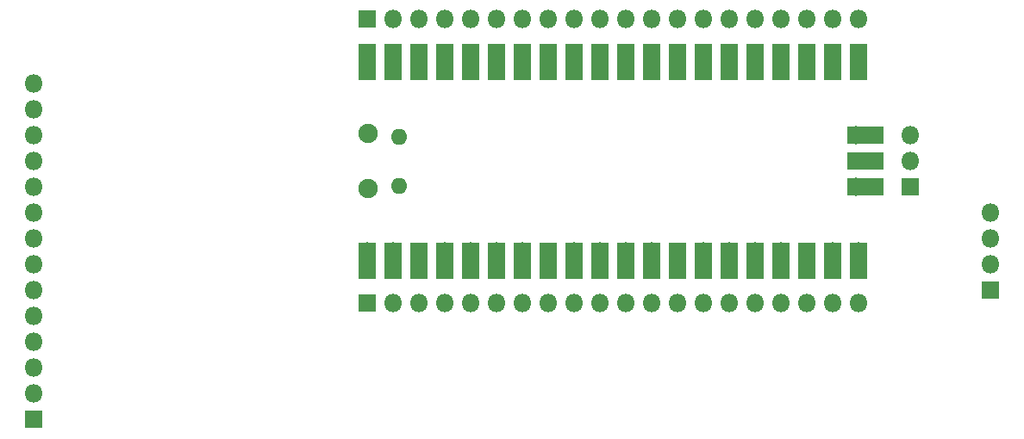
<source format=gts>
G04 #@! TF.GenerationSoftware,KiCad,Pcbnew,(5.1.6-0)*
G04 #@! TF.CreationDate,2021-05-18T08:24:55+02:00*
G04 #@! TF.ProjectId,Pico_TFT_combiner,5069636f-5f54-4465-945f-636f6d62696e,rev?*
G04 #@! TF.SameCoordinates,Original*
G04 #@! TF.FileFunction,Soldermask,Top*
G04 #@! TF.FilePolarity,Negative*
%FSLAX46Y46*%
G04 Gerber Fmt 4.6, Leading zero omitted, Abs format (unit mm)*
G04 Created by KiCad (PCBNEW (5.1.6-0)) date 2021-05-18 08:24:55*
%MOMM*%
%LPD*%
G01*
G04 APERTURE LIST*
%ADD10R,1.800000X1.800000*%
%ADD11O,1.800000X1.800000*%
%ADD12R,1.800000X3.600000*%
%ADD13O,1.900000X1.900000*%
%ADD14O,1.600000X1.600000*%
%ADD15R,3.600000X1.800000*%
G04 APERTURE END LIST*
D10*
X169926000Y-64770000D03*
D11*
X169926000Y-62230000D03*
X169926000Y-59690000D03*
D10*
X83820000Y-87630000D03*
D11*
X83820000Y-85090000D03*
X83820000Y-82550000D03*
X83820000Y-80010000D03*
X83820000Y-77470000D03*
X83820000Y-74930000D03*
X83820000Y-72390000D03*
X83820000Y-69850000D03*
X83820000Y-67310000D03*
X83820000Y-64770000D03*
X83820000Y-62230000D03*
X83820000Y-59690000D03*
X83820000Y-57150000D03*
X83820000Y-54610000D03*
X164846000Y-76200000D03*
X162306000Y-76200000D03*
X159766000Y-76200000D03*
X157226000Y-76200000D03*
X154686000Y-76200000D03*
X152146000Y-76200000D03*
X149606000Y-76200000D03*
X147066000Y-76200000D03*
X144526000Y-76200000D03*
X141986000Y-76200000D03*
X139446000Y-76200000D03*
X136906000Y-76200000D03*
X134366000Y-76200000D03*
X131826000Y-76200000D03*
X129286000Y-76200000D03*
X126746000Y-76200000D03*
X124206000Y-76200000D03*
X121666000Y-76200000D03*
X119126000Y-76200000D03*
D10*
X116586000Y-76200000D03*
X116586000Y-48260000D03*
D11*
X119126000Y-48260000D03*
X121666000Y-48260000D03*
X124206000Y-48260000D03*
X126746000Y-48260000D03*
X129286000Y-48260000D03*
X131826000Y-48260000D03*
X134366000Y-48260000D03*
X136906000Y-48260000D03*
X139446000Y-48260000D03*
X141986000Y-48260000D03*
X144526000Y-48260000D03*
X147066000Y-48260000D03*
X149606000Y-48260000D03*
X152146000Y-48260000D03*
X154686000Y-48260000D03*
X157226000Y-48260000D03*
X159766000Y-48260000D03*
X162306000Y-48260000D03*
X164846000Y-48260000D03*
X116586000Y-71120000D03*
X119126000Y-71120000D03*
D10*
X121666000Y-71120000D03*
D11*
X124206000Y-71120000D03*
X126746000Y-71120000D03*
X129286000Y-71120000D03*
X131826000Y-71120000D03*
D10*
X134366000Y-71120000D03*
D11*
X136906000Y-71120000D03*
X139446000Y-71120000D03*
X141986000Y-71120000D03*
X144526000Y-71120000D03*
D10*
X147066000Y-71120000D03*
D11*
X149606000Y-71120000D03*
X152146000Y-71120000D03*
X154686000Y-71120000D03*
X157226000Y-71120000D03*
D10*
X159766000Y-71120000D03*
D11*
X162306000Y-71120000D03*
X164846000Y-71120000D03*
X164846000Y-53340000D03*
X162306000Y-53340000D03*
D10*
X159766000Y-53340000D03*
D11*
X157226000Y-53340000D03*
X154686000Y-53340000D03*
X152146000Y-53340000D03*
X149606000Y-53340000D03*
D10*
X147066000Y-53340000D03*
D11*
X144526000Y-53340000D03*
X141986000Y-53340000D03*
X139446000Y-53340000D03*
X136906000Y-53340000D03*
D10*
X134366000Y-53340000D03*
D11*
X131826000Y-53340000D03*
X129286000Y-53340000D03*
X126746000Y-53340000D03*
X124206000Y-53340000D03*
D10*
X121666000Y-53340000D03*
D11*
X119126000Y-53340000D03*
X116586000Y-53340000D03*
D12*
X116586000Y-72020000D03*
X119126000Y-72020000D03*
X121666000Y-72020000D03*
X124206000Y-72020000D03*
X126746000Y-72020000D03*
X129286000Y-72020000D03*
X131826000Y-72020000D03*
X134366000Y-72020000D03*
X136906000Y-72020000D03*
X139446000Y-72020000D03*
X141986000Y-72020000D03*
X144526000Y-72020000D03*
X147066000Y-72020000D03*
X149606000Y-72020000D03*
X152146000Y-72020000D03*
X154686000Y-72020000D03*
X157226000Y-72020000D03*
X159766000Y-72020000D03*
X162306000Y-72020000D03*
X164846000Y-72020000D03*
X116586000Y-52440000D03*
X119126000Y-52440000D03*
X121666000Y-52440000D03*
X124206000Y-52440000D03*
X126746000Y-52440000D03*
X129286000Y-52440000D03*
X131826000Y-52440000D03*
X134366000Y-52440000D03*
X136906000Y-52440000D03*
X139446000Y-52440000D03*
X141986000Y-52440000D03*
X144526000Y-52440000D03*
X147066000Y-52440000D03*
X149606000Y-52440000D03*
X152146000Y-52440000D03*
X154686000Y-52440000D03*
X157226000Y-52440000D03*
X159766000Y-52440000D03*
X162306000Y-52440000D03*
X164846000Y-52440000D03*
D13*
X116716000Y-64955000D03*
X116716000Y-59505000D03*
D14*
X119746000Y-64655000D03*
X119746000Y-59805000D03*
D15*
X165516000Y-64770000D03*
D11*
X164616000Y-64770000D03*
D15*
X165516000Y-62230000D03*
D10*
X164616000Y-62230000D03*
D15*
X165516000Y-59690000D03*
D11*
X164616000Y-59690000D03*
D10*
X177800000Y-74930000D03*
D11*
X177800000Y-72390000D03*
X177800000Y-69850000D03*
X177800000Y-67310000D03*
M02*

</source>
